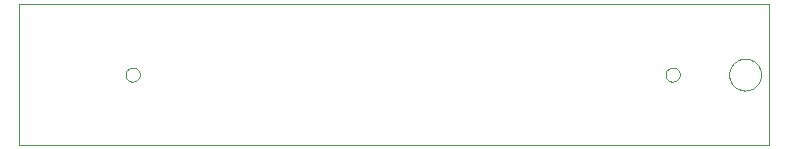
<source format=gko>
G75*
%MOIN*%
%OFA0B0*%
%FSLAX24Y24*%
%IPPOS*%
%LPD*%
%AMOC8*
5,1,8,0,0,1.08239X$1,22.5*
%
%ADD10C,0.0000*%
D10*
X000528Y013628D02*
X025528Y013628D01*
X025528Y018352D01*
X000528Y018352D01*
X000528Y013628D01*
X004087Y015990D02*
X004089Y016020D01*
X004095Y016050D01*
X004104Y016079D01*
X004117Y016106D01*
X004134Y016131D01*
X004153Y016154D01*
X004176Y016175D01*
X004201Y016192D01*
X004227Y016206D01*
X004256Y016216D01*
X004285Y016223D01*
X004315Y016226D01*
X004346Y016225D01*
X004376Y016220D01*
X004405Y016211D01*
X004432Y016199D01*
X004458Y016184D01*
X004482Y016165D01*
X004503Y016143D01*
X004521Y016119D01*
X004536Y016092D01*
X004547Y016064D01*
X004555Y016035D01*
X004559Y016005D01*
X004559Y015975D01*
X004555Y015945D01*
X004547Y015916D01*
X004536Y015888D01*
X004521Y015861D01*
X004503Y015837D01*
X004482Y015815D01*
X004458Y015796D01*
X004432Y015781D01*
X004405Y015769D01*
X004376Y015760D01*
X004346Y015755D01*
X004315Y015754D01*
X004285Y015757D01*
X004256Y015764D01*
X004227Y015774D01*
X004201Y015788D01*
X004176Y015805D01*
X004153Y015826D01*
X004134Y015849D01*
X004117Y015874D01*
X004104Y015901D01*
X004095Y015930D01*
X004089Y015960D01*
X004087Y015990D01*
X022087Y015990D02*
X022089Y016020D01*
X022095Y016050D01*
X022104Y016079D01*
X022117Y016106D01*
X022134Y016131D01*
X022153Y016154D01*
X022176Y016175D01*
X022201Y016192D01*
X022227Y016206D01*
X022256Y016216D01*
X022285Y016223D01*
X022315Y016226D01*
X022346Y016225D01*
X022376Y016220D01*
X022405Y016211D01*
X022432Y016199D01*
X022458Y016184D01*
X022482Y016165D01*
X022503Y016143D01*
X022521Y016119D01*
X022536Y016092D01*
X022547Y016064D01*
X022555Y016035D01*
X022559Y016005D01*
X022559Y015975D01*
X022555Y015945D01*
X022547Y015916D01*
X022536Y015888D01*
X022521Y015861D01*
X022503Y015837D01*
X022482Y015815D01*
X022458Y015796D01*
X022432Y015781D01*
X022405Y015769D01*
X022376Y015760D01*
X022346Y015755D01*
X022315Y015754D01*
X022285Y015757D01*
X022256Y015764D01*
X022227Y015774D01*
X022201Y015788D01*
X022176Y015805D01*
X022153Y015826D01*
X022134Y015849D01*
X022117Y015874D01*
X022104Y015901D01*
X022095Y015930D01*
X022089Y015960D01*
X022087Y015990D01*
X024210Y015990D02*
X024212Y016036D01*
X024218Y016081D01*
X024228Y016126D01*
X024241Y016169D01*
X024258Y016212D01*
X024279Y016252D01*
X024303Y016291D01*
X024331Y016327D01*
X024362Y016361D01*
X024395Y016393D01*
X024431Y016421D01*
X024469Y016446D01*
X024509Y016468D01*
X024551Y016486D01*
X024594Y016500D01*
X024639Y016511D01*
X024684Y016518D01*
X024730Y016521D01*
X024775Y016520D01*
X024821Y016515D01*
X024866Y016506D01*
X024909Y016494D01*
X024952Y016477D01*
X024993Y016457D01*
X025032Y016434D01*
X025070Y016407D01*
X025104Y016377D01*
X025136Y016345D01*
X025165Y016309D01*
X025191Y016272D01*
X025214Y016232D01*
X025233Y016191D01*
X025248Y016148D01*
X025260Y016103D01*
X025268Y016058D01*
X025272Y016013D01*
X025272Y015967D01*
X025268Y015922D01*
X025260Y015877D01*
X025248Y015832D01*
X025233Y015789D01*
X025214Y015748D01*
X025191Y015708D01*
X025165Y015671D01*
X025136Y015635D01*
X025104Y015603D01*
X025070Y015573D01*
X025032Y015546D01*
X024993Y015523D01*
X024952Y015503D01*
X024909Y015486D01*
X024866Y015474D01*
X024821Y015465D01*
X024775Y015460D01*
X024730Y015459D01*
X024684Y015462D01*
X024639Y015469D01*
X024594Y015480D01*
X024551Y015494D01*
X024509Y015512D01*
X024469Y015534D01*
X024431Y015559D01*
X024395Y015587D01*
X024362Y015619D01*
X024331Y015653D01*
X024303Y015689D01*
X024279Y015728D01*
X024258Y015768D01*
X024241Y015811D01*
X024228Y015854D01*
X024218Y015899D01*
X024212Y015944D01*
X024210Y015990D01*
M02*

</source>
